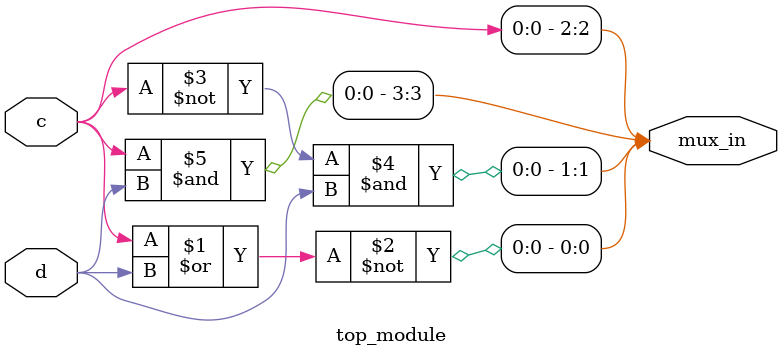
<source format=sv>
module top_module (
    input c,
    input d,
    output [3:0] mux_in
);

    assign mux_in[0] = ~(c | d);
    assign mux_in[1] = ~c & d;
    assign mux_in[2] = c;
    assign mux_in[3] = c & d;

endmodule

</source>
